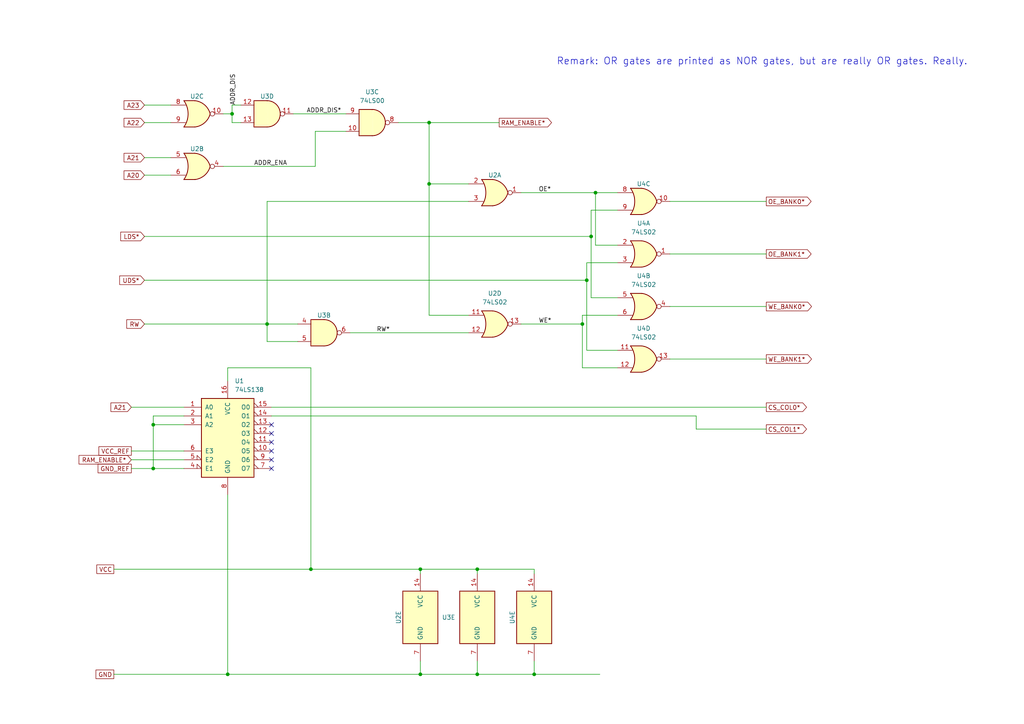
<source format=kicad_sch>
(kicad_sch (version 20211123) (generator eeschema)
  (paper "A4")
  (title_block (title "Select Logic") (date "2022-11-04") (rev "0.2"))
  (lib_symbols
    (symbol "74xx:74LS00" (pin_names (offset 1.016))
      (property "Reference" "U" (at 0 1.27 0))
      (property "Value" "74LS00" (at 0 -1.27 0))
      (symbol "74LS00_1_1"
        (arc (start 0 -3.81) (mid 3.81 0) (end 0 3.81) (stroke (width 0.254)) (fill (type background)))
        (polyline (pts (xy 0 3.81) (xy -3.81 3.81) (xy -3.81 -3.81) (xy 0 -3.81)) (stroke (width 0.254)) (fill (type background)))
        (pin input line (at -7.62 2.54 0) (length 3.81) (name "~") (number "1"))
        (pin input line (at -7.62 -2.54 0) (length 3.81) (name "~") (number "2"))
        (pin output inverted (at 7.62 0 180) (length 3.81) (name "~") (number "3"))
      )
      (symbol "74LS00_1_2"
        (arc (start -3.81 -3.81) (mid -2.589 0) (end -3.81 3.81) (stroke (width 0.254)))
        (arc (start -0.6096 -3.81) (mid 2.1842 -2.5851) (end 3.81 0) (stroke (width 0.254)) (fill (type background)))
        (polyline (pts (xy -3.81 -3.81) (xy -0.635 -3.81)) (stroke (width 0.254)) (fill (type background)))
        (polyline (pts (xy -3.81 3.81) (xy -0.635 3.81)) (stroke (width 0.254)) (fill (type background)))
        (polyline (pts (xy -0.635 3.81) (xy -3.81 3.81) (xy -3.81 3.81) (xy -3.556 3.4036) (xy -3.0226 2.2606) (xy -2.6924 1.0414) (xy -2.6162 -0.254) (xy -2.7686 -1.4986) (xy -3.175 -2.7178) (xy -3.81 -3.81) (xy -3.81 -3.81) (xy -0.635 -3.81)) (stroke (width -25.4)) (fill (type background)))
        (arc (start 3.81 0) (mid 2.1915 2.5936) (end -0.6096 3.81) (stroke (width 0.254)) (fill (type background)))
        (pin input inverted (at -7.62 2.54 0) (length 4.318) (name "~") (number "1"))
        (pin input inverted (at -7.62 -2.54 0) (length 4.318) (name "~") (number "2"))
        (pin output line (at 7.62 0 180) (length 3.81) (name "~") (number "3"))
      )
      (symbol "74LS00_2_1"
        (arc (start 0 -3.81) (mid 3.81 0) (end 0 3.81) (stroke (width 0.254)) (fill (type background)))
        (polyline (pts (xy 0 3.81) (xy -3.81 3.81) (xy -3.81 -3.81) (xy 0 -3.81)) (stroke (width 0.254)) (fill (type background)))
        (pin input line (at -7.62 2.54 0) (length 3.81) (name "~") (number "4"))
        (pin input line (at -7.62 -2.54 0) (length 3.81) (name "~") (number "5"))
        (pin output inverted (at 7.62 0 180) (length 3.81) (name "~") (number "6"))
      )
      (symbol "74LS00_2_2"
        (arc (start -3.81 -3.81) (mid -2.589 0) (end -3.81 3.81) (stroke (width 0.254)))
        (arc (start -0.6096 -3.81) (mid 2.1842 -2.5851) (end 3.81 0) (stroke (width 0.254)) (fill (type background)))
        (polyline (pts (xy -3.81 -3.81) (xy -0.635 -3.81)) (stroke (width 0.254)) (fill (type background)))
        (polyline (pts (xy -3.81 3.81) (xy -0.635 3.81)) (stroke (width 0.254)) (fill (type background)))
        (polyline (pts (xy -0.635 3.81) (xy -3.81 3.81) (xy -3.81 3.81) (xy -3.556 3.4036) (xy -3.0226 2.2606) (xy -2.6924 1.0414) (xy -2.6162 -0.254) (xy -2.7686 -1.4986) (xy -3.175 -2.7178) (xy -3.81 -3.81) (xy -3.81 -3.81) (xy -0.635 -3.81)) (stroke (width -25.4)) (fill (type background)))
        (arc (start 3.81 0) (mid 2.1915 2.5936) (end -0.6096 3.81) (stroke (width 0.254)) (fill (type background)))
        (pin input inverted (at -7.62 2.54 0) (length 4.318) (name "~") (number "4"))
        (pin input inverted (at -7.62 -2.54 0) (length 4.318) (name "~") (number "5"))
        (pin output line (at 7.62 0 180) (length 3.81) (name "~") (number "6"))
      )
      (symbol "74LS00_3_1"
        (arc (start 0 -3.81) (mid 3.81 0) (end 0 3.81) (stroke (width 0.254)) (fill (type background)))
        (polyline (pts (xy 0 3.81) (xy -3.81 3.81) (xy -3.81 -3.81) (xy 0 -3.81)) (stroke (width 0.254)) (fill (type background)))
        (pin input line (at -7.62 -2.54 0) (length 3.81) (name "~") (number "10"))
        (pin output inverted (at 7.62 0 180) (length 3.81) (name "~") (number "8"))
        (pin input line (at -7.62 2.54 0) (length 3.81) (name "~") (number "9"))
      )
      (symbol "74LS00_3_2"
        (arc (start -3.81 -3.81) (mid -2.589 0) (end -3.81 3.81) (stroke (width 0.254)))
        (arc (start -0.6096 -3.81) (mid 2.1842 -2.5851) (end 3.81 0) (stroke (width 0.254)) (fill (type background)))
        (polyline (pts (xy -3.81 -3.81) (xy -0.635 -3.81)) (stroke (width 0.254)) (fill (type background)))
        (polyline (pts (xy -3.81 3.81) (xy -0.635 3.81)) (stroke (width 0.254)) (fill (type background)))
        (polyline (pts (xy -0.635 3.81) (xy -3.81 3.81) (xy -3.81 3.81) (xy -3.556 3.4036) (xy -3.0226 2.2606) (xy -2.6924 1.0414) (xy -2.6162 -0.254) (xy -2.7686 -1.4986) (xy -3.175 -2.7178) (xy -3.81 -3.81) (xy -3.81 -3.81) (xy -0.635 -3.81)) (stroke (width -25.4)) (fill (type background)))
        (arc (start 3.81 0) (mid 2.1915 2.5936) (end -0.6096 3.81) (stroke (width 0.254)) (fill (type background)))
        (pin input inverted (at -7.62 -2.54 0) (length 4.318) (name "~") (number "10"))
        (pin output line (at 7.62 0 180) (length 3.81) (name "~") (number "8"))
        (pin input inverted (at -7.62 2.54 0) (length 4.318) (name "~") (number "9"))
      )
      (symbol "74LS00_4_1"
        (arc (start 0 -3.81) (mid 3.81 0) (end 0 3.81) (stroke (width 0.254)) (fill (type background)))
        (polyline (pts (xy 0 3.81) (xy -3.81 3.81) (xy -3.81 -3.81) (xy 0 -3.81)) (stroke (width 0.254)) (fill (type background)))
        (pin output inverted (at 7.62 0 180) (length 3.81) (name "~") (number "11"))
        (pin input line (at -7.62 2.54 0) (length 3.81) (name "~") (number "12"))
        (pin input line (at -7.62 -2.54 0) (length 3.81) (name "~") (number "13"))
      )
      (symbol "74LS00_4_2"
        (arc (start -3.81 -3.81) (mid -2.589 0) (end -3.81 3.81) (stroke (width 0.254)))
        (arc (start -0.6096 -3.81) (mid 2.1842 -2.5851) (end 3.81 0) (stroke (width 0.254)) (fill (type background)))
        (polyline (pts (xy -3.81 -3.81) (xy -0.635 -3.81)) (stroke (width 0.254)) (fill (type background)))
        (polyline (pts (xy -3.81 3.81) (xy -0.635 3.81)) (stroke (width 0.254)) (fill (type background)))
        (polyline (pts (xy -0.635 3.81) (xy -3.81 3.81) (xy -3.81 3.81) (xy -3.556 3.4036) (xy -3.0226 2.2606) (xy -2.6924 1.0414) (xy -2.6162 -0.254) (xy -2.7686 -1.4986) (xy -3.175 -2.7178) (xy -3.81 -3.81) (xy -3.81 -3.81) (xy -0.635 -3.81)) (stroke (width -25.4)) (fill (type background)))
        (arc (start 3.81 0) (mid 2.1915 2.5936) (end -0.6096 3.81) (stroke (width 0.254)) (fill (type background)))
        (pin output line (at 7.62 0 180) (length 3.81) (name "~") (number "11"))
        (pin input inverted (at -7.62 2.54 0) (length 4.318) (name "~") (number "12"))
        (pin input inverted (at -7.62 -2.54 0) (length 4.318) (name "~") (number "13"))
      )
      (symbol "74LS00_5_0"
        (pin power_in line (at 0 12.7 270) (length 5.08) (name "VCC") (number "14"))
        (pin power_in line (at 0 -12.7 90) (length 5.08) (name "GND") (number "7"))
      )
      (symbol "74LS00_5_1"
        (rectangle (start -5.08 7.62) (end 5.08 -7.62) (stroke (width 0.254)) (fill (type background)))
      )
    )
    (symbol "74xx:74LS02" (pin_names (offset 1.016))
      (property "Reference" "U" (at 0 1.27 0))
      (property "Value" "74LS02" (at 0 -1.27 0))
      (symbol "74LS02_1_1"
        (arc (start -3.81 -3.81) (mid -2.589 0) (end -3.81 3.81) (stroke (width 0.254)))
        (arc (start -0.6096 -3.81) (mid 2.1842 -2.5851) (end 3.81 0) (stroke (width 0.254)) (fill (type background)))
        (polyline (pts (xy -3.81 -3.81) (xy -0.635 -3.81)) (stroke (width 0.254)) (fill (type background)))
        (polyline (pts (xy -3.81 3.81) (xy -0.635 3.81)) (stroke (width 0.254)) (fill (type background)))
        (polyline (pts (xy -0.635 3.81) (xy -3.81 3.81) (xy -3.81 3.81) (xy -3.556 3.4036) (xy -3.0226 2.2606) (xy -2.6924 1.0414) (xy -2.6162 -0.254) (xy -2.7686 -1.4986) (xy -3.175 -2.7178) (xy -3.81 -3.81) (xy -3.81 -3.81) (xy -0.635 -3.81)) (stroke (width -25.4)) (fill (type background)))
        (arc (start 3.81 0) (mid 2.1915 2.5936) (end -0.6096 3.81) (stroke (width 0.254)) (fill (type background)))
        (pin output inverted (at 7.62 0 180) (length 3.81) (name "~") (number "1"))
        (pin input line (at -7.62 2.54 0) (length 4.318) (name "~") (number "2"))
        (pin input line (at -7.62 -2.54 0) (length 4.318) (name "~") (number "3"))
      )
      (symbol "74LS02_1_2"
        (arc (start 0 -3.81) (mid 3.81 0) (end 0 3.81) (stroke (width 0.254)) (fill (type background)))
        (polyline (pts (xy 0 3.81) (xy -3.81 3.81) (xy -3.81 -3.81) (xy 0 -3.81)) (stroke (width 0.254)) (fill (type background)))
        (pin output line (at 7.62 0 180) (length 3.81) (name "~") (number "1"))
        (pin input inverted (at -7.62 2.54 0) (length 3.81) (name "~") (number "2"))
        (pin input inverted (at -7.62 -2.54 0) (length 3.81) (name "~") (number "3"))
      )
      (symbol "74LS02_2_1"
        (arc (start -3.81 -3.81) (mid -2.589 0) (end -3.81 3.81) (stroke (width 0.254)))
        (arc (start -0.6096 -3.81) (mid 2.1842 -2.5851) (end 3.81 0) (stroke (width 0.254)) (fill (type background)))
        (polyline (pts (xy -3.81 -3.81) (xy -0.635 -3.81)) (stroke (width 0.254)) (fill (type background)))
        (polyline (pts (xy -3.81 3.81) (xy -0.635 3.81)) (stroke (width 0.254)) (fill (type background)))
        (polyline (pts (xy -0.635 3.81) (xy -3.81 3.81) (xy -3.81 3.81) (xy -3.556 3.4036) (xy -3.0226 2.2606) (xy -2.6924 1.0414) (xy -2.6162 -0.254) (xy -2.7686 -1.4986) (xy -3.175 -2.7178) (xy -3.81 -3.81) (xy -3.81 -3.81) (xy -0.635 -3.81)) (stroke (width -25.4)) (fill (type background)))
        (arc (start 3.81 0) (mid 2.1915 2.5936) (end -0.6096 3.81) (stroke (width 0.254)) (fill (type background)))
        (pin output inverted (at 7.62 0 180) (length 3.81) (name "~") (number "4"))
        (pin input line (at -7.62 2.54 0) (length 4.318) (name "~") (number "5"))
        (pin input line (at -7.62 -2.54 0) (length 4.318) (name "~") (number "6"))
      )
      (symbol "74LS02_2_2"
        (arc (start 0 -3.81) (mid 3.81 0) (end 0 3.81) (stroke (width 0.254)) (fill (type background)))
        (polyline (pts (xy 0 3.81) (xy -3.81 3.81) (xy -3.81 -3.81) (xy 0 -3.81)) (stroke (width 0.254)) (fill (type background)))
        (pin output line (at 7.62 0 180) (length 3.81) (name "~") (number "4"))
        (pin input inverted (at -7.62 2.54 0) (length 3.81) (name "~") (number "5"))
        (pin input inverted (at -7.62 -2.54 0) (length 3.81) (name "~") (number "6"))
      )
      (symbol "74LS02_3_1"
        (arc (start -3.81 -3.81) (mid -2.589 0) (end -3.81 3.81) (stroke (width 0.254)))
        (arc (start -0.6096 -3.81) (mid 2.1842 -2.5851) (end 3.81 0) (stroke (width 0.254)) (fill (type background)))
        (polyline (pts (xy -3.81 -3.81) (xy -0.635 -3.81)) (stroke (width 0.254)) (fill (type background)))
        (polyline (pts (xy -3.81 3.81) (xy -0.635 3.81)) (stroke (width 0.254)) (fill (type background)))
        (polyline (pts (xy -0.635 3.81) (xy -3.81 3.81) (xy -3.81 3.81) (xy -3.556 3.4036) (xy -3.0226 2.2606) (xy -2.6924 1.0414) (xy -2.6162 -0.254) (xy -2.7686 -1.4986) (xy -3.175 -2.7178) (xy -3.81 -3.81) (xy -3.81 -3.81) (xy -0.635 -3.81)) (stroke (width -25.4)) (fill (type background)))
        (arc (start 3.81 0) (mid 2.1915 2.5936) (end -0.6096 3.81) (stroke (width 0.254)) (fill (type background)))
        (pin output inverted (at 7.62 0 180) (length 3.81) (name "~") (number "10"))
        (pin input line (at -7.62 2.54 0) (length 4.318) (name "~") (number "8"))
        (pin input line (at -7.62 -2.54 0) (length 4.318) (name "~") (number "9"))
      )
      (symbol "74LS02_3_2"
        (arc (start 0 -3.81) (mid 3.81 0) (end 0 3.81) (stroke (width 0.254)) (fill (type background)))
        (polyline (pts (xy 0 3.81) (xy -3.81 3.81) (xy -3.81 -3.81) (xy 0 -3.81)) (stroke (width 0.254)) (fill (type background)))
        (pin output line (at 7.62 0 180) (length 3.81) (name "~") (number "10"))
        (pin input inverted (at -7.62 2.54 0) (length 3.81) (name "~") (number "8"))
        (pin input inverted (at -7.62 -2.54 0) (length 3.81) (name "~") (number "9"))
      )
      (symbol "74LS02_4_1"
        (arc (start -3.81 -3.81) (mid -2.589 0) (end -3.81 3.81) (stroke (width 0.254)))
        (arc (start -0.6096 -3.81) (mid 2.1842 -2.5851) (end 3.81 0) (stroke (width 0.254)) (fill (type background)))
        (polyline (pts (xy -3.81 -3.81) (xy -0.635 -3.81)) (stroke (width 0.254)) (fill (type background)))
        (polyline (pts (xy -3.81 3.81) (xy -0.635 3.81)) (stroke (width 0.254)) (fill (type background)))
        (polyline (pts (xy -0.635 3.81) (xy -3.81 3.81) (xy -3.81 3.81) (xy -3.556 3.4036) (xy -3.0226 2.2606) (xy -2.6924 1.0414) (xy -2.6162 -0.254) (xy -2.7686 -1.4986) (xy -3.175 -2.7178) (xy -3.81 -3.81) (xy -3.81 -3.81) (xy -0.635 -3.81)) (stroke (width -25.4)) (fill (type background)))
        (arc (start 3.81 0) (mid 2.1915 2.5936) (end -0.6096 3.81) (stroke (width 0.254)) (fill (type background)))
        (pin input line (at -7.62 2.54 0) (length 4.318) (name "~") (number "11"))
        (pin input line (at -7.62 -2.54 0) (length 4.318) (name "~") (number "12"))
        (pin output inverted (at 7.62 0 180) (length 3.81) (name "~") (number "13"))
      )
      (symbol "74LS02_4_2"
        (arc (start 0 -3.81) (mid 3.81 0) (end 0 3.81) (stroke (width 0.254)) (fill (type background)))
        (polyline (pts (xy 0 3.81) (xy -3.81 3.81) (xy -3.81 -3.81) (xy 0 -3.81)) (stroke (width 0.254)) (fill (type background)))
        (pin input inverted (at -7.62 2.54 0) (length 3.81) (name "~") (number "11"))
        (pin input inverted (at -7.62 -2.54 0) (length 3.81) (name "~") (number "12"))
        (pin output line (at 7.62 0 180) (length 3.81) (name "~") (number "13"))
      )
      (symbol "74LS02_5_0"
        (pin power_in line (at 0 12.7 270) (length 5.08) (name "VCC") (number "14"))
        (pin power_in line (at 0 -12.7 90) (length 5.08) (name "GND") (number "7"))
      )
      (symbol "74LS02_5_1"
        (rectangle (start -5.08 7.62) (end 5.08 -7.62) (stroke (width 0.254)) (fill (type background)))
      )
    )
    (symbol "74xx:74LS138" (pin_names (offset 1.016))
      (property "Reference" "U" (at -7.62 11.43 0))
      (property "Value" "74LS138" (at -7.62 -13.97 0))
      (symbol "74LS138_1_0"
        (pin input line (at -12.7 7.62 0) (length 5.08) (name "A0") (number "1"))
        (pin output output_low (at 12.7 -5.08 180) (length 5.08) (name "O5") (number "10"))
        (pin output output_low (at 12.7 -2.54 180) (length 5.08) (name "O4") (number "11"))
        (pin output output_low (at 12.7 0 180) (length 5.08) (name "O3") (number "12"))
        (pin output output_low (at 12.7 2.54 180) (length 5.08) (name "O2") (number "13"))
        (pin output output_low (at 12.7 5.08 180) (length 5.08) (name "O1") (number "14"))
        (pin output output_low (at 12.7 7.62 180) (length 5.08) (name "O0") (number "15"))
        (pin power_in line (at 0 15.24 270) (length 5.08) (name "VCC") (number "16"))
        (pin input line (at -12.7 5.08 0) (length 5.08) (name "A1") (number "2"))
        (pin input line (at -12.7 2.54 0) (length 5.08) (name "A2") (number "3"))
        (pin input input_low (at -12.7 -10.16 0) (length 5.08) (name "E1") (number "4"))
        (pin input input_low (at -12.7 -7.62 0) (length 5.08) (name "E2") (number "5"))
        (pin input line (at -12.7 -5.08 0) (length 5.08) (name "E3") (number "6"))
        (pin output output_low (at 12.7 -10.16 180) (length 5.08) (name "O7") (number "7"))
        (pin power_in line (at 0 -17.78 90) (length 5.08) (name "GND") (number "8"))
        (pin output output_low (at 12.7 -7.62 180) (length 5.08) (name "O6") (number "9"))
      )
      (symbol "74LS138_1_1"
        (rectangle (start -7.62 10.16) (end 7.62 -12.7) (stroke (width 0.254)) (fill (type background)))
      )
    )
  )
  (junction (at 44.45 123.19))
  (junction (at 66.04 195.58))
  (junction (at 121.92 165.1))
  (junction (at 77.47 93.98))
  (junction (at 67.31 33.02))
  (junction (at 154.94 195.58))
  (junction (at 90.17 165.1))
  (junction (at 44.45 135.89))
  (junction (at 170.18 81.28))
  (junction (at 121.92 195.58))
  (junction (at 124.46 53.34))
  (junction (at 172.72 55.88))
  (junction (at 138.43 165.1))
  (junction (at 171.45 68.58))
  (junction (at 168.91 93.98))
  (junction (at 138.43 195.58))
  (junction (at 124.46 35.56))
  (no_connect (at 78.74 125.73))
  (no_connect (at 78.74 123.19))
  (no_connect (at 78.74 135.89))
  (no_connect (at 78.74 128.27))
  (no_connect (at 78.74 130.81))
  (no_connect (at 78.74 133.35))
  (wire (pts (xy 179.07 60.96) (xy 171.45 60.96)))
  (wire (pts (xy 121.92 191.77) (xy 121.92 195.58)))
  (wire (pts (xy 135.89 91.44) (xy 124.46 91.44)))
  (wire (pts (xy 69.85 35.56) (xy 67.31 35.56)))
  (wire (pts (xy 38.1 118.11) (xy 53.34 118.11)))
  (wire (pts (xy 66.04 195.58) (xy 121.92 195.58)))
  (wire (pts (xy 86.36 99.06) (xy 77.47 99.06)))
  (wire (pts (xy 170.18 81.28) (xy 170.18 101.6)))
  (wire (pts (xy 135.89 58.42) (xy 77.47 58.42)))
  (wire (pts (xy 78.74 120.65) (xy 201.93 120.65)))
  (wire (pts (xy 90.17 106.68) (xy 90.17 165.1)))
  (wire (pts (xy 138.43 191.77) (xy 138.43 195.58)))
  (wire (pts (xy 201.93 124.46) (xy 222.25 124.46)))
  (wire (pts (xy 172.72 55.88) (xy 172.72 71.12)))
  (wire (pts (xy 38.1 130.81) (xy 53.34 130.81)))
  (wire (pts (xy 41.91 30.48) (xy 49.53 30.48)))
  (wire (pts (xy 179.07 76.2) (xy 170.18 76.2)))
  (wire (pts (xy 38.1 135.89) (xy 44.45 135.89)))
  (wire (pts (xy 138.43 165.1) (xy 121.92 165.1)))
  (wire (pts (xy 66.04 110.49) (xy 66.04 106.68)))
  (wire (pts (xy 101.6 96.52) (xy 135.89 96.52)))
  (wire (pts (xy 66.04 143.51) (xy 66.04 195.58)))
  (wire (pts (xy 38.1 133.35) (xy 53.34 133.35)))
  (wire (pts (xy 179.07 106.68) (xy 168.91 106.68)))
  (wire (pts (xy 154.94 195.58) (xy 173.99 195.58)))
  (wire (pts (xy 33.02 165.1) (xy 90.17 165.1)))
  (wire (pts (xy 53.34 123.19) (xy 44.45 123.19)))
  (wire (pts (xy 124.46 53.34) (xy 124.46 91.44)))
  (wire (pts (xy 168.91 93.98) (xy 168.91 106.68)))
  (wire (pts (xy 124.46 35.56) (xy 124.46 53.34)))
  (wire (pts (xy 66.04 106.68) (xy 90.17 106.68)))
  (wire (pts (xy 91.44 48.26) (xy 91.44 38.1)))
  (wire (pts (xy 154.94 166.37) (xy 154.94 165.1)))
  (wire (pts (xy 170.18 76.2) (xy 170.18 81.28)))
  (wire (pts (xy 124.46 35.56) (xy 115.57 35.56)))
  (wire (pts (xy 90.17 165.1) (xy 121.92 165.1)))
  (wire (pts (xy 170.18 101.6) (xy 179.07 101.6)))
  (wire (pts (xy 44.45 123.19) (xy 44.45 135.89)))
  (wire (pts (xy 151.13 55.88) (xy 172.72 55.88)))
  (wire (pts (xy 41.91 35.56) (xy 49.53 35.56)))
  (wire (pts (xy 179.07 86.36) (xy 171.45 86.36)))
  (wire (pts (xy 121.92 195.58) (xy 138.43 195.58)))
  (wire (pts (xy 44.45 120.65) (xy 44.45 123.19)))
  (wire (pts (xy 171.45 68.58) (xy 171.45 86.36)))
  (wire (pts (xy 201.93 120.65) (xy 201.93 124.46)))
  (wire (pts (xy 41.91 81.28) (xy 170.18 81.28)))
  (wire (pts (xy 41.91 45.72) (xy 49.53 45.72)))
  (wire (pts (xy 154.94 165.1) (xy 138.43 165.1)))
  (wire (pts (xy 53.34 120.65) (xy 44.45 120.65)))
  (wire (pts (xy 41.91 50.8) (xy 49.53 50.8)))
  (wire (pts (xy 194.31 58.42) (xy 222.25 58.42)))
  (wire (pts (xy 151.13 93.98) (xy 168.91 93.98)))
  (wire (pts (xy 171.45 60.96) (xy 171.45 68.58)))
  (wire (pts (xy 168.91 91.44) (xy 179.07 91.44)))
  (wire (pts (xy 64.77 48.26) (xy 91.44 48.26)))
  (wire (pts (xy 194.31 73.66) (xy 222.25 73.66)))
  (wire (pts (xy 78.74 118.11) (xy 222.25 118.11)))
  (wire (pts (xy 124.46 53.34) (xy 135.89 53.34)))
  (wire (pts (xy 194.31 88.9) (xy 222.25 88.9)))
  (wire (pts (xy 77.47 58.42) (xy 77.47 93.98)))
  (wire (pts (xy 41.91 93.98) (xy 77.47 93.98)))
  (wire (pts (xy 85.09 33.02) (xy 100.33 33.02)))
  (wire (pts (xy 67.31 30.48) (xy 69.85 30.48)))
  (wire (pts (xy 67.31 33.02) (xy 67.31 35.56)))
  (wire (pts (xy 86.36 93.98) (xy 77.47 93.98)))
  (wire (pts (xy 64.77 33.02) (xy 67.31 33.02)))
  (wire (pts (xy 41.91 68.58) (xy 171.45 68.58)))
  (wire (pts (xy 154.94 195.58) (xy 154.94 191.77)))
  (wire (pts (xy 168.91 91.44) (xy 168.91 93.98)))
  (wire (pts (xy 124.46 35.56) (xy 144.78 35.56)))
  (wire (pts (xy 121.92 166.37) (xy 121.92 165.1)))
  (wire (pts (xy 138.43 166.37) (xy 138.43 165.1)))
  (wire (pts (xy 44.45 135.89) (xy 53.34 135.89)))
  (wire (pts (xy 172.72 71.12) (xy 179.07 71.12)))
  (wire (pts (xy 194.31 104.14) (xy 222.25 104.14)))
  (wire (pts (xy 33.02 195.58) (xy 66.04 195.58)))
  (wire (pts (xy 77.47 99.06) (xy 77.47 93.98)))
  (wire (pts (xy 67.31 33.02) (xy 67.31 30.48)))
  (wire (pts (xy 138.43 195.58) (xy 154.94 195.58)))
  (wire (pts (xy 172.72 55.88) (xy 179.07 55.88)))
  (wire (pts (xy 91.44 38.1) (xy 100.33 38.1)))
  (text "Remark: OR gates are printed as NOR gates, but are really OR gates. Really." (at 280.67 19.05 180) (effects (font (size 2 2)) (justify right bottom)))
  (label "RW*" (at 109.22 96.52 0))
  (label "ADDR_DIS*" (at 88.9 33.02 0))
  (label "ADDR_ENA" (at 73.66 48.26 0))
  (label "ADDR_DIS" (at 68.58 30.48 90))
  (label "WE*" (at 156.21 93.98 0))
  (label "OE*" (at 156.21 55.88 0))
  (global_label "VCC" (shape passive) (at 33.02 165.1 180) (property "Intersheet References" "${INTERSHEET_REFS}" (effects hide)))
  (global_label "WE_BANK0*" (shape output) (at 222.25 88.9 0) (property "Intersheet References" "${INTERSHEET_REFS}" (effects hide)))
  (global_label "CS_COL1*" (shape output) (at 222.25 124.46 0) (property "Intersheet References" "${INTERSHEET_REFS}" (effects hide)))
  (global_label "GND" (shape passive) (at 33.02 195.58 180) (property "Intersheet References" "${INTERSHEET_REFS}" (effects hide)))
  (global_label "A21" (shape input) (at 38.1 118.11 180) (property "Intersheet References" "${INTERSHEET_REFS}" (effects hide)))
  (global_label "LDS*" (shape input) (at 41.91 68.58 180) (property "Intersheet References" "${INTERSHEET_REFS}" (effects hide)))
  (global_label "RAM_ENABLE*" (shape output) (at 144.78 35.56 0) (property "Intersheet References" "${INTERSHEET_REFS}" (effects hide)))
  (global_label "CS_COL0*" (shape output) (at 222.25 118.11 0) (property "Intersheet References" "${INTERSHEET_REFS}" (effects hide)))
  (global_label "RW" (shape input) (at 41.91 93.98 180) (property "Intersheet References" "${INTERSHEET_REFS}" (effects hide)))
  (global_label "GND_REF" (shape passive) (at 38.1 135.89 180) (property "Intersheet References" "${INTERSHEET_REFS}" (effects hide)))
  (global_label "A21" (shape input) (at 41.91 45.72 180) (property "Intersheet References" "${INTERSHEET_REFS}" (effects hide)))
  (global_label "RAM_ENABLE*" (shape input) (at 38.1 133.35 180) (property "Intersheet References" "${INTERSHEET_REFS}" (effects hide)))
  (global_label "WE_BANK1*" (shape output) (at 222.25 104.14 0) (property "Intersheet References" "${INTERSHEET_REFS}" (effects hide)))
  (global_label "A20" (shape input) (at 41.91 50.8 180) (property "Intersheet References" "${INTERSHEET_REFS}" (effects hide)))
  (global_label "OE_BANK0*" (shape output) (at 222.25 58.42 0) (property "Intersheet References" "${INTERSHEET_REFS}" (effects hide)))
  (global_label "VCC_REF" (shape passive) (at 38.1 130.81 180) (property "Intersheet References" "${INTERSHEET_REFS}" (effects hide)))
  (global_label "A23" (shape input) (at 41.91 30.48 180) (property "Intersheet References" "${INTERSHEET_REFS}" (effects hide)))
  (global_label "UDS*" (shape input) (at 41.91 81.28 180) (property "Intersheet References" "${INTERSHEET_REFS}" (effects hide)))
  (global_label "A22" (shape input) (at 41.91 35.56 180) (property "Intersheet References" "${INTERSHEET_REFS}" (effects hide)))
  (global_label "OE_BANK1*" (shape output) (at 222.25 73.66 0) (property "Intersheet References" "${INTERSHEET_REFS}" (effects hide)))
  (symbol (lib_id "74xx:74LS02") (at 186.69 73.66 0) (unit 1)
    (property "Reference" "U4" (at 186.69 64.77 0))
    (property "Value" "74LS02" (at 186.69 67.31 0))
    (property "Footprint" "Package_SO:SOIC-14_3.9x8.7mm_P1.27mm" (effects hide))
    (property "Datasheet" "http://www.ti.com/lit/gpn/sn74ls02" (effects hide))
  )
  (symbol (lib_id "74xx:74LS02") (at 143.51 93.98 0) (unit 4)
    (property "Reference" "U2" (at 143.51 85.09 0))
    (property "Value" "74LS02" (at 143.51 87.63 0))
    (property "Footprint" "Package_SO:SOIC-14_3.9x8.7mm_P1.27mm" (effects hide))
    (property "Datasheet" "http://www.ti.com/lit/gpn/sn74ls02" (effects hide))
  )
  (symbol (lib_id "74xx:74LS02") (at 186.69 104.14 0) (unit 4)
    (property "Reference" "U4" (at 186.69 95.25 0))
    (property "Value" "74LS02" (at 186.69 97.79 0))
    (property "Footprint" "Package_SO:SOIC-14_3.9x8.7mm_P1.27mm" (effects hide))
    (property "Datasheet" "http://www.ti.com/lit/gpn/sn74ls02" (effects hide))
  )
  (symbol (lib_id "74xx:74LS02") (at 186.69 88.9 0) (unit 2)
    (property "Reference" "U4" (at 186.69 80.01 0))
    (property "Value" "74LS02" (at 186.69 82.55 0))
    (property "Footprint" "Package_SO:SOIC-14_3.9x8.7mm_P1.27mm" (effects hide))
    (property "Datasheet" "http://www.ti.com/lit/gpn/sn74ls02" (effects hide))
  )
  (symbol (lib_id "74xx:74LS138") (at 66.04 125.73 0) (unit 1)
    (property "Reference" "U1" (at 68.0594 110.49 0) (effects (justify left)))
    (property "Value" "74LS138" (at 68.0594 113.03 0) (effects (justify left)))
    (property "Footprint" "Package_SO:SOIC-16_3.9x9.9mm_P1.27mm" (effects hide))
    (property "Datasheet" "http://www.ti.com/lit/gpn/sn74LS138" (effects hide))
  )
  (symbol (lib_id "74xx:74LS02") (at 57.15 48.26 0) (unit 2)
    (property "Reference" "U2" (at 57.15 43.18 0))
    (property "Value" "74LS02" (effects hide))
    (property "Footprint" "Package_SO:SOIC-14_3.9x8.7mm_P1.27mm" (effects hide))
    (property "Datasheet" "http://www.ti.com/lit/gpn/sn74ls02" (effects hide))
  )
  (symbol (lib_id "74xx:74LS02") (at 143.51 55.88 0) (unit 1)
    (property "Reference" "U2" (at 143.51 50.8 0))
    (property "Value" "74LS02" (effects hide))
    (property "Footprint" "Package_SO:SOIC-14_3.9x8.7mm_P1.27mm" (effects hide))
    (property "Datasheet" "http://www.ti.com/lit/gpn/sn74ls02" (effects hide))
  )
  (symbol (lib_id "74xx:74LS02") (at 121.92 179.07 0) (unit 5)
    (property "Reference" "U2" (at 115.57 179.07 90))
    (property "Value" "74LS02" (effects hide))
    (property "Footprint" "Package_SO:SOIC-14_3.9x8.7mm_P1.27mm" (effects hide))
    (property "Datasheet" "http://www.ti.com/lit/gpn/sn74ls02" (effects hide))
  )
  (symbol (lib_id "74xx:74LS00") (at 138.43 179.07 0) (unit 5)
    (property "Reference" "U3" (at 132.08 179.0699 0) (effects (justify right)))
    (property "Value" "74LS00" (effects hide))
    (property "Footprint" "Package_SO:SOIC-14_3.9x8.7mm_P1.27mm" (effects hide))
    (property "Datasheet" "http://www.ti.com/lit/gpn/sn74ls00" (effects hide))
  )
  (symbol (lib_id "74xx:74LS00") (at 107.95 35.56 0) (unit 3)
    (property "Reference" "U3" (at 107.95 26.67 0))
    (property "Value" "74LS00" (at 107.95 29.21 0))
    (property "Footprint" "Package_SO:SOIC-14_3.9x8.7mm_P1.27mm" (effects hide))
    (property "Datasheet" "http://www.ti.com/lit/gpn/sn74ls00" (effects hide))
  )
  (symbol (lib_id "74xx:74LS02") (at 154.94 179.07 0) (unit 5)
    (property "Reference" "U4" (at 148.59 179.07 90))
    (property "Value" "74LS02" (effects hide))
    (property "Footprint" "Package_SO:SOIC-14_3.9x8.7mm_P1.27mm" (effects hide))
    (property "Datasheet" "http://www.ti.com/lit/gpn/sn74ls02" (effects hide))
  )
  (symbol (lib_id "74xx:74LS00") (at 93.98 96.52 0) (unit 2)
    (property "Reference" "U3" (at 93.98 91.44 0))
    (property "Value" "74LS00" (effects hide))
    (property "Footprint" "Package_SO:SOIC-14_3.9x8.7mm_P1.27mm" (effects hide))
    (property "Datasheet" "http://www.ti.com/lit/gpn/sn74ls00" (effects hide))
  )
  (symbol (lib_id "74xx:74LS02") (at 57.15 33.02 0) (unit 3)
    (property "Reference" "U2" (at 57.15 27.94 0))
    (property "Value" "74LS02" (effects hide))
    (property "Footprint" "Package_SO:SOIC-14_3.9x8.7mm_P1.27mm" (effects hide))
    (property "Datasheet" "http://www.ti.com/lit/gpn/sn74ls02" (effects hide))
  )
  (symbol (lib_id "74xx:74LS00") (at 77.47 33.02 0) (unit 4)
    (property "Reference" "U3" (at 77.47 27.94 0))
    (property "Value" "74LS00" (effects hide))
    (property "Footprint" "Package_SO:SOIC-14_3.9x8.7mm_P1.27mm" (effects hide))
    (property "Datasheet" "http://www.ti.com/lit/gpn/sn74ls00" (effects hide))
  )
  (symbol (lib_id "74xx:74LS02") (at 186.69 58.42 0) (unit 3)
    (property "Reference" "U4" (at 186.69 53.34 0))
    (property "Value" "74LS02" (effects hide))
    (property "Footprint" "Package_SO:SOIC-14_3.9x8.7mm_P1.27mm" (effects hide))
    (property "Datasheet" "http://www.ti.com/lit/gpn/sn74ls02" (effects hide))
  )
)
</source>
